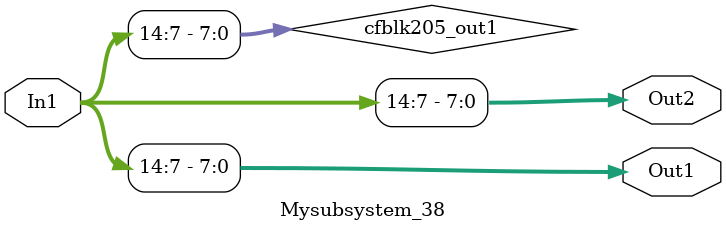
<source format=v>



`timescale 1 ns / 1 ns

module Mysubsystem_38
          (In1,
           Out1,
           Out2);


  input   [15:0] In1;  // ufix16_En7
  output  [7:0] Out1;  // uint8
  output  [7:0] Out2;  // uint8


  wire [7:0] cfblk205_out1;  // uint8


  assign cfblk205_out1 = In1[14:7];



  assign Out1 = cfblk205_out1;

  assign Out2 = cfblk205_out1;

endmodule  // Mysubsystem_38


</source>
